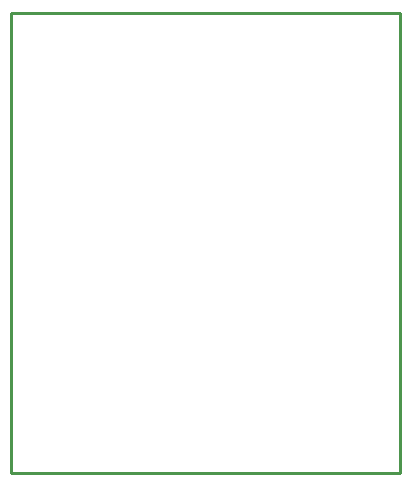
<source format=gbr>
G04 EAGLE Gerber RS-274X export*
G75*
%MOMM*%
%FSLAX34Y34*%
%LPD*%
%IN*%
%IPPOS*%
%AMOC8*
5,1,8,0,0,1.08239X$1,22.5*%
G01*
%ADD10C,0.254000*%


D10*
X0Y0D02*
X328730Y0D01*
X328730Y389130D01*
X0Y389130D01*
X0Y0D01*
M02*

</source>
